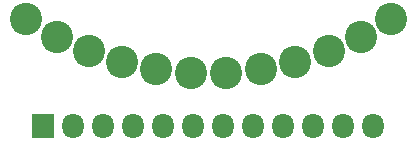
<source format=gbr>
%TF.GenerationSoftware,KiCad,Pcbnew,5.1.6*%
%TF.CreationDate,2021-03-07T15:49:58+10:30*%
%TF.ProjectId,springboard,73707269-6e67-4626-9f61-72642e6b6963,1.0*%
%TF.SameCoordinates,Original*%
%TF.FileFunction,Soldermask,Bot*%
%TF.FilePolarity,Negative*%
%FSLAX46Y46*%
G04 Gerber Fmt 4.6, Leading zero omitted, Abs format (unit mm)*
G04 Created by KiCad (PCBNEW 5.1.6) date 2021-03-07 15:49:58*
%MOMM*%
%LPD*%
G01*
G04 APERTURE LIST*
%ADD10O,1.827200X2.132000*%
%ADD11R,1.827200X2.132000*%
%ADD12C,2.740000*%
G04 APERTURE END LIST*
D10*
%TO.C,P13*%
X163940000Y-107825000D03*
X161400000Y-107825000D03*
X158860000Y-107825000D03*
X156320000Y-107825000D03*
X153780000Y-107825000D03*
X151240000Y-107825000D03*
X148700000Y-107825000D03*
X146160000Y-107825000D03*
X143620000Y-107825000D03*
X141080000Y-107825000D03*
X138540000Y-107825000D03*
D11*
X136000000Y-107825000D03*
%TD*%
D12*
%TO.C,P12*%
X165454132Y-98797277D03*
%TD*%
%TO.C,P11*%
X162881980Y-100282310D03*
%TD*%
%TO.C,P10*%
X160168690Y-101490344D03*
%TD*%
%TO.C,P9*%
X157343990Y-102408145D03*
%TD*%
%TO.C,P8*%
X154438827Y-103025656D03*
%TD*%
%TO.C,P7*%
X151485032Y-103336113D03*
%TD*%
%TO.C,P6*%
X148514968Y-103336113D03*
%TD*%
%TO.C,P5*%
X145561173Y-103025656D03*
%TD*%
%TO.C,P4*%
X142656010Y-102408145D03*
%TD*%
%TO.C,P3*%
X139831310Y-101490344D03*
%TD*%
%TO.C,P2*%
X137118020Y-100282310D03*
%TD*%
%TO.C,P1*%
X134545868Y-98797277D03*
%TD*%
M02*

</source>
